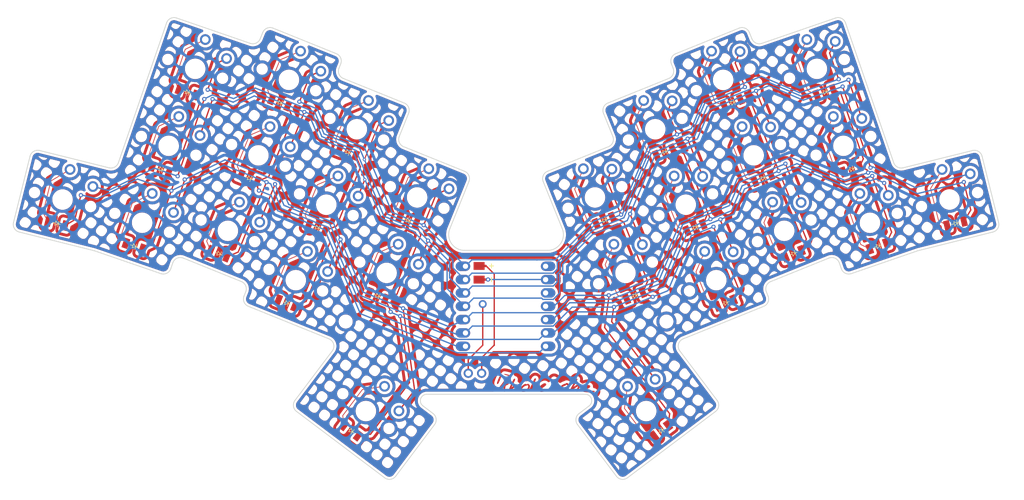
<source format=kicad_pcb>
(kicad_pcb (version 20240108) (generator "pcbnew") (generator_version "8.0")
  (title_block (title "akohekohe-min") (rev "0.1") (company "grassfedreeve"))
  (layers (0 "F.Cu" signal) (31 "B.Cu" signal) (34 "B.Paste" user) (35 "F.Paste" user) (36 "B.SilkS" user "B.Silkscreen") (37 "F.SilkS" user "F.Silkscreen") (38 "B.Mask" user) (39 "F.Mask" user) (44 "Edge.Cuts" user))
  (net 0 "")
  (net 1 "P2")
  (net 2 "P6")
  (net 3 "P4")
  (net 4 "P3")
  (net 5 "P1")
  (net 6 "P5")
  (net 7 "P7")
  (net 8 "P0")
  (net 9 "P8")
  (net 10 "P10")
  (net 11 "P9")
  (net 12 "VUSB")
  (net 13 "GND")
  (net 14 "VCC")
  (footprint "trochilidae:ChocSimpleDiode" (layer "F.Cu") (at 177.964112 105.472457 22)
    (property "Reference" "S24" (hide yes))
    (property "Value" "" (hide yes))
  )
  (footprint "LOGO" (layer "F.Cu") (at 168.477284 141.522423 -2)
    (property "Reference" "G***" (hide yes))
    (property "Value" "LOGO" (hide yes))
  )
  (footprint "trochilidae:ChocSimpleDiode" (layer "F.Cu") (at 230.274266 110.294727 19)
    (property "Reference" "S14" (hide yes))
    (property "Value" "" (hide yes))
  )
  (footprint "trochilidae:ChocSimpleDiode" (layer "F.Cu") (at 121.054518 121.223093 -22)
    (property "Reference" "S8" (hide yes))
    (property "Value" "" (hide yes))
  )
  (footprint "trochilidae:ChocSimpleDiode" (layer "F.Cu") (at 245.414792 105.869053 14)
    (property "Reference" "S13" (hide yes))
    (property "Value" "" (hide yes))
  )
  (footprint "trochilidae:ChocSimpleDiode" (layer "F.Cu") (at 202.352027 83.081142 22)
    (property "Reference" "S19" (hide yes))
    (property "Value" "" (hide yes))
  )
  (footprint "trochilidae:ChocSimpleDiode" (layer "F.Cu") (at 195.238673 106.851728 22)
    (property "Reference" "S21" (hide yes))
    (property "Value" "" (hide yes))
  )
  (footprint "trochilidae:ChocSimpleDiode" (layer "F.Cu") (at 189.432261 92.480388 22)
    (property "Reference" "S22" (hide yes))
    (property "Value" "" (hide yes))
  )
  (footprint "trochilidae:ChocSimpleDiode" (layer "F.Cu") (at 144.135471 105.47245 -22)
    (property "Reference" "S12" (hide yes))
    (property "Value" "" (hide yes))
  )
  (footprint "trochilidae:BatteryPadsReversible" (layer "F.Cu") (at 155.922653 119.815844 -90)
    (property "Reference" "BT1" (hide yes))
    (property "Value" "Battery_Cell" (hide yes))
  )
  (footprint "trochilidae:ChocSimpleDiode" (layer "F.Cu") (at 91.825362 110.294736 -19)
    (property "Reference" "S2" (hide yes))
    (property "Value" "" (hide yes))
  )
  (footprint "trochilidae:ChocSimpleDiode" (layer "F.Cu") (at 119.747577 83.081132 -22)
    (property "Reference" "S7" (hide yes))
    (property "Value" "" (hide yes))
  )
  (footprint "trochilidae:ChocSimpleDiode" (layer "F.Cu") (at 187.711188 146.14798 37)
    (property "Reference" "S26" (hide yes))
    (property "Value" "" (hide yes))
  )
  (footprint "MountingHole_2.2mm_M2" (layer "F.Cu") (at 130.544164 129.10164 -22)
    (property "Reference" "PAD1" (hide yes))
    (property "Value" "" (hide yes))
  )
  (footprint "trochilidae:HeaderJumperSimple" (layer "F.Cu") (at 155.132711 138.952131)
    (property "Reference" "D9" (hide yes))
    (property "Value" "Val**" (hide yes))
  )
  (footprint "trochilidae:ChocSimpleDiode" (layer "F.Cu") (at 108.134795 111.823845 -22)
    (property "Reference" "S5" (hide yes))
    (property "Value" "" (hide yes))
  )
  (footprint "trochilidae:ChocSimpleDiode" (layer "F.Cu") (at 213.964827 111.823832 22)
    (property "Reference" "S17" (hide yes))
    (property "Value" "" (hide yes))
  )
  (footprint "Kleeb MCU:xiao-tht" (layer "F.Cu") (at 160.949215 126.195756)
    (property "Reference" "U1" (hide yes))
    (property "Value" "xiao" (hide yes))
  )
  (footprint "trochilidae:ChocSimpleDiode" (layer "F.Cu") (at 220.181648 80.98366 19)
    (property "Reference" "S16" (hide yes))
    (property "Value" "" (hide yes))
  )
  (footprint "trochilidae:ChocSimpleDiode" (layer "F.Cu") (at 134.388423 146.147977 -37)
    (property "Reference" "S25" (hide yes))
    (property "Value" "" (hide yes))
  )
  (footprint "trochilidae:ChocSimpleDiode" (layer "F.Cu") (at 96.871663 95.639192 -19)
    (property "Reference" "S3" (hide yes))
    (property "Value" "" (hide yes))
  )
  (footprint "MountingHole_2.2mm_M2" (layer "F.Cu") (at 191.554931 129.101663 -22)
    (property "Reference" "PAD1" (hide yes))
    (property "Value" "" (hide yes))
  )
  (footprint "trochilidae:ChocSimpleDiode" (layer "F.Cu") (at 225.227953 95.639185 19)
    (property "Reference" "S15" (hide yes))
    (property "Value" "" (hide yes))
  )
  (footprint "trochilidae:ChocSimpleDiode" (layer "F.Cu") (at 201.045074 121.223076 22)
    (property "Reference" "S20" (hide yes))
    (property "Value" "" (hide yes))
  )
  (footprint "trochilidae:ChocSimpleDiode" (layer "F.Cu") (at 208.158438 97.452497 22)
    (property "Reference" "S18" (hide yes))
    (property "Value" "" (hide yes))
  )
  (footprint "trochilidae:ChocSimpleDiode" (layer "F.Cu") (at 126.860934 106.851726 -22)
    (property "Reference" "S9" (hide yes))
    (property "Value" "" (hide yes))
  )
  (footprint "" (layer "F.Cu") (at 156.60823 125.774724)
    (property "Reference" "")
    (property "Value" "")
  )
  (footprint "trochilidae:ChocSimpleDiode" (layer "F.Cu") (at 113.941173 97.452484 -22)
    (property "Reference" "S6" (hide yes))
    (property "Value" "" (hide yes))
  )
  (footprint "trochilidae:ChocSimpleDiode" (layer "F.Cu") (at 183.770511 119.8438 22)
    (property "Reference" "S23" (hide yes))
    (property "Value" "" (hide yes))
  )
  (footprint "trochilidae:ChocSimpleDiode" (layer "F.Cu") (at 132.66733 92.480364 -22)
    (property "Reference" "S10" (hide yes))
    (property "Value" "" (hide yes))
  )
  (footprint "trochilidae:ChocSimpleDiode" (layer "F.Cu") (at 76.684825 105.869039 -14)
    (property "Reference" "S1" (hide yes))
    (property "Value" "" (hide yes))
  )
  (footprint "trochilidae:ChocSimpleDiode" (layer "F.Cu") (at 138.329086 119.843817 -22)
    (property "Reference" "S11" (hide yes))
    (property "Value" "" (hide yes))
  )
  (footprint "trochilidae:ChocSimpleDiode" (layer "F.Cu") (at 101.917958 80.983657 -19)
    (property "Reference" "S4" (hide yes))
    (property "Value" "" (hide yes))
  )
  (gr_arc (start 68.442519 112.058903) (mid 67.51967 111.376005) (end 67.349968 110.240563) (stroke (width 0.15)) (layer "Edge.Cuts"))
  (gr_arc (start 153.140877 115.547458) (mid 150.653728 114.225047) (end 150.359333 111.423631) (stroke (width 0.15)) (layer "Edge.Cuts"))
  (gr_arc (start 236.579104 99.827112) (mid 235.500483 99.689888) (end 234.797929 98.860014) (stroke (width 0.15)) (layer "Edge.Cuts"))
  (gr_arc (start 87.30168 98.860004) (mid 86.59915 99.689874) (end 85.520532 99.827104) (stroke (width 0.15)) (layer "Edge.Cuts"))
  (gr_line (start 114.765052 74.057602) (end 114.273697 75.27372) (stroke (width 0.15)) (layer "Edge.Cuts"))
  (gr_arc (start 179.579868 89.450548) (mid 179.58985 88.302514) (end 180.408748 87.497857) (stroke (width 0.15)) (layer "Edge.Cuts"))
  (gr_arc (start 176.266086 142.95839) (mid 177.307096 143.869691) (end 176.838443 145.171406) (stroke (width 0.15)) (layer "Edge.Cuts"))
  (gr_line (start 194.104232 134.692162) (end 201.206603 144.117334) (stroke (width 0.15)) (layer "Edge.Cuts"))
  (gr_line (start 130.101084 82.81528) (end 141.690889 87.497844) (stroke (width 0.15)) (layer "Edge.Cuts"))
  (gr_arc (start 194.104225 134.692167) (mid 193.856771 133.388601) (end 194.740274 132.398647) (stroke (width 0.15)) (layer "Edge.Cuts"))
  (gr_arc (start 147.166156 146.619839) (mid 147.748776 147.609061) (end 147.461384 148.720531) (stroke (width 0.15)) (layer "Edge.Cuts"))
  (gr_line (start 121.188205 146.217979) (end 137.959575 158.856122) (stroke (width 0.15)) (layer "Edge.Cuts"))
  (gr_line (start 129.272242 80.862579) (end 129.599986 80.051297) (stroke (width 0.15)) (layer "Edge.Cuts"))
  (gr_arc (start 82.637534 115.598116) (mid 82.700677 115.615325) (end 82.763011 115.635264) (stroke (width 0.15)) (layer "Edge.Cuts"))
  (gr_arc (start 201.206603 144.117334) (mid 201.494064 145.228813) (end 200.911391 146.217995) (stroke (width 0.15)) (layer "Edge.Cuts"))
  (gr_arc (start 127.35932 132.398646) (mid 128.242849 133.388582) (end 127.995354 134.692146) (stroke (width 0.15)) (layer "Edge.Cuts"))
  (gr_line (start 140.740363 93.854666) (end 142.519746 89.450537) (stroke (width 0.15)) (layer "Edge.Cuts"))
  (gr_line (start 120.89299 144.117328) (end 127.995354 134.692146) (stroke (width 0.15)) (layer "Edge.Cuts"))
  (gr_line (start 99.640097 117.020019) (end 110.701043 121.488942) (stroke (width 0.15)) (layer "Edge.Cuts"))
  (gr_line (start 98.376633 71.303321) (end 112.394569 76.130061) (stroke (width 0.15)) (layer "Edge.Cuts"))
  (gr_arc (start 141.690889 87.497844) (mid 142.509743 88.302521) (end 142.519746 89.450537) (stroke (width 0.15)) (layer "Edge.Cuts"))
  (gr_line (start 234.79793 98.860005) (end 225.629594 72.233244) (stroke (width 0.15)) (layer "Edge.Cuts"))
  (gr_line (start 70.494944 97.626736) (end 67.349968 110.240563) (stroke (width 0.15)) (layer "Edge.Cuts"))
  (gr_line (start 182.039353 158.560878) (end 174.638218 148.720552) (stroke (width 0.15)) (layer "Edge.Cuts"))
  (gr_arc (start 110.701043 121.488942) (mid 111.519873 122.293646) (end 111.529898 123.44165) (stroke (width 0.15)) (layer "Edge.Cuts"))
  (gr_arc (start 141.569216 95.807352) (mid 140.750424 95.002645) (end 140.740363 93.854666) (stroke (width 0.15)) (layer "Edge.Cuts"))
  (gr_line (start 150.359333 111.423631) (end 153.987892 102.442609) (stroke (width 0.15)) (layer "Edge.Cuts"))
  (gr_arc (start 96.469991 72.233241) (mid 97.230731 71.373415) (end 98.376633 71.303321) (stroke (width 0.15)) (layer "Edge.Cuts"))
  (gr_arc (start 239.336599 115.635296) (mid 239.398938 115.61534) (end 239.462087 115.598115) (stroke (width 0.15)) (layer "Edge.Cuts"))
  (gr_arc (start 70.494957 97.626747) (mid 71.177848 96.703897) (end 72.31328 96.534156) (stroke (width 0.15)) (layer "Edge.Cuts"))
  (gr_arc (start 223.722963 71.303309) (mid 224.86888 71.373388) (end 225.62959 72.233238) (stroke (width 0.15)) (layer "Edge.Cuts"))
  (gr_line (start 140.060237 158.560873) (end 147.461384 148.720531) (stroke (width 0.15)) (layer "Edge.Cuts"))
  (gr_line (start 239.336599 115.635296) (end 226.732927 119.975095) (stroke (width 0.15)) (layer "Edge.Cuts"))
  (gr_line (start 205.381851 73.22872) (end 193.328471 78.098613) (stroke (width 0.15)) (layer "Edge.Cuts"))
  (gr_arc (start 210.897497 124.252924) (mid 210.887515 125.400929) (end 210.068662 126.205602) (stroke (width 0.15)) (layer "Edge.Cuts"))
  (gr_line (start 168.940566 100.489936) (end 180.530367 95.807346) (stroke (width 0.15)) (layer "Edge.Cuts"))
  (gr_line (start 147.166156 146.619839) (end 145.259152 145.173886) (stroke (width 0.15)) (layer "Edge.Cuts"))
  (gr_line (start 168.958726 115.547452) (end 153.140877 115.547458) (stroke (width 0.15)) (layer "Edge.Cuts"))
  (gr_arc (start 153.159009 100.489937) (mid 153.977904 101.294592) (end 153.987892 102.442609) (stroke (width 0.15)) (layer "Edge.Cuts"))
  (gr_line (start 192.499623 80.051299) (end 192.827378 80.862587) (stroke (width 0.15)) (layer "Edge.Cuts"))
  (gr_line (start 249.786346 96.534166) (end 236.579104 99.827112) (stroke (width 0.15)) (layer "Edge.Cuts"))
  (gr_line (start 251.604664 97.626733) (end 254.749653 110.240589) (stroke (width 0.15)) (layer "Edge.Cuts"))
  (gr_arc (start 168.111716 102.442605) (mid 168.121719 101.294606) (end 168.940574 100.489953) (stroke (width 0.15)) (layer "Edge.Cuts"))
  (gr_arc (start 254.749653 110.240589) (mid 254.579956 111.376037) (end 253.657071 112.05892) (stroke (width 0.15)) (layer "Edge.Cuts"))
  (gr_line (start 97.273302 119.04512) (end 97.659883 117.922446) (stroke (width 0.15)) (layer "Edge.Cuts"))
  (gr_line (start 82.763011 115.635264) (end 95.366674 119.97509) (stroke (width 0.15)) (layer "Edge.Cuts"))
  (gr_arc (start 226.732927 119.975095) (mid 225.587012 119.905033) (end 224.826303 119.04516) (stroke (width 0.15)) (layer "Edge.Cuts"))
  (gr_arc (start 114.765052 74.057602) (mid 115.569719 73.238741) (end 116.717726 73.228716) (stroke (width 0.15)) (layer "Edge.Cuts"))
  (gr_arc (start 121.188207 146.217982) (mid 120.605609 145.228803) (end 120.89299 144.117328) (stroke (width 0.15)) (layer "Edge.Cuts"))
  (gr_arc (start 145.261167 145.171411) (mid 144.792578 143.869706) (end 145.833517 142.958377) (stroke (width 0.15)) (layer "Edge.Cuts"))
  (gr_line (start 176.266086 142.95839) (end 145.833517 142.958377) (stroke (width 0.15)) (layer "Edge.Cuts"))
  (gr_arc (start 112.030968 126.205598) (mid 111.212178 125.400905) (end 111.202103 124.252922) (stroke (width 0.15)) (layer "Edge.Cuts"))
  (gr_line (start 179.579868 89.450548) (end 181.359258 93.854675) (stroke (width 0.15)) (layer "Edge.Cuts"))
  (gr_line (start 224.826303 119.04516) (end 224.439724 117.922436) (stroke (width 0.15)) (layer "Edge.Cuts"))
  (gr_arc (start 249.786346 96.534166) (mid 250.921782 96.703858) (end 251.604666 97.626731) (stroke (width 0.15)) (layer "Edge.Cuts"))
  (gr_line (start 253.657071 112.05892) (end 239.462068 115.598127) (stroke (width 0.15)) (layer "Edge.Cuts"))
  (gr_line (start 168.111718 102.442606) (end 171.740284 111.423636) (stroke (width 0.15)) (layer "Edge.Cuts"))
  (gr_line (start 68.442519 112.058903) (end 82.637534 115.598116) (stroke (width 0.15)) (layer "Edge.Cuts"))
  (gr_line (start 87.301669 98.860017) (end 96.470027 72.233221) (stroke (width 0.15)) (layer "Edge.Cuts"))
  (gr_arc (start 130.101084 82.81528) (mid 129.282184 82.01061) (end 129.272242 80.862579) (stroke (width 0.15)) (layer "Edge.Cuts"))
  (gr_arc (start 128.771129 78.098607) (mid 129.589985 78.903288) (end 129.599986 80.051297) (stroke (width 0.15)) (layer "Edge.Cuts"))
  (gr_arc (start 97.273304 119.045129) (mid 96.512588 119.904964) (end 95.366674 119.97509) (stroke (width 0.15)) (layer "Edge.Cuts"))
  (gr_line (start 111.529898 123.44165) (end 111.202103 124.252922) (stroke (width 0.15)) (layer "Edge.Cuts"))
  (gr_arc (start 184.140041 158.856132) (mid 183.028549 159.143574) (end 182.039353 158.560878) (stroke (width 0.15)) (layer "Edge.Cuts"))
  (gr_line (start 72.31328 96.534156) (end 85.520532 99.827104) (stroke (width 0.15)) (layer "Edge.Cuts"))
  (gr_arc (start 114.273697 75.27372) (mid 113.504954 76.07674) (end 112.394569 76.130061) (stroke (width 0.15)) (layer "Edge.Cuts"))
  (gr_line (start 141.569216 95.807352) (end 153.159009 100.489937) (stroke (width 0.15)) (layer "Edge.Cuts"))
  (gr_line (start 112.030968 126.205598) (end 127.359313 132.398641) (stroke (width 0.15)) (layer "Edge.Cuts"))
  (gr_line (start 128.771133 78.098605) (end 116.717726 73.228716) (stroke (width 0.15)) (layer "Edge.Cuts"))
  (gr_line (start 207.334562 74.057605) (end 207.825913 75.273722) (stroke (width 0.15)) (layer "Edge.Cuts"))
  (gr_line (start 222.459536 117.020058) (end 211.398606 121.48894) (stroke (width 0.15)) (layer "Edge.Cuts"))
  (gr_line (start 223.722963 71.303309) (end 209.705046 76.130073) (stroke (width 0.15)) (layer "Edge.Cuts"))
  (gr_arc (start 210.569723 123.441629) (mid 210.579782 122.293634) (end 211.398598 121.488939) (stroke (width 0.15)) (layer "Edge.Cuts"))
  (gr_line (start 180.408748 87.497857) (end 191.998519 82.81525) (stroke (width 0.15)) (layer "Edge.Cuts"))
  (gr_arc (start 97.659883 117.922446) (mid 98.456145 117.045863) (end 99.640097 117.020019) (stroke (width 0.15)) (layer "Edge.Cuts"))
  (gr_line (start 194.740274 132.398647) (end 210.068662 126.205602) (stroke (width 0.15)) (layer "Edge.Cuts"))
  (gr_arc (start 192.827378 80.862587) (mid 192.81735 82.010585) (end 191.998519 82.81525) (stroke (width 0.15)) (layer "Edge.Cuts"))
  (gr_arc (start 205.381851 73.22872) (mid 206.529897 73.238699) (end 207.33456 74.057611) (stroke (width 0.15)) (layer "Edge.Cuts"))
  (gr_arc (start 174.638218 148.720552) (mid 174.350871 147.609075) (end 174.933444 146.619844) (stroke (width 0.15)) (layer "Edge.Cuts"))
  (gr_arc (start 222.459536 117.020058) (mid 223.643456 117.045902) (end 224.439724 117.922436) (stroke (width 0.15)) (layer "Edge.Cuts"))
  (gr_arc (start 171.740284 111.423636) (mid 171.44586 114.225063) (end 168.958726 115.547452) (stroke (width 0.15)) (layer "Edge.Cuts"))
  (gr_line (start 210.897497 124.252924) (end 210.569723 123.441629) (stroke (width 0.15)) (layer "Edge.Cuts"))
  (gr_arc (start 192.499616 80.051291) (mid 192.509631 78.903284) (end 193.328471 78.098613) (stroke (width 0.15)) (layer "Edge.Cuts"))
  (gr_arc (start 181.359256 93.854671) (mid 181.349235 95.002679) (end 180.530367 95.807346) (stroke (width 0.15)) (layer "Edge.Cuts"))
  (gr_arc (start 209.705046 76.130073) (mid 208.594646 76.07678) (end 207.825913 75.273722) (stroke (width 0.15)) (layer "Edge.Cuts"))
  (gr_arc (start 140.060237 158.560873) (mid 139.071042 159.143562) (end 137.959575 158.856122) (stroke (width 0.15)) (layer "Edge.Cuts"))
  (gr_line (start 174.933444 146.619844) (end 176.840449 145.173879) (stroke (width 0.15)) (layer "Edge.Cuts"))
  (gr_line (start 200.911391 146.217995) (end 184.140041 158.856132) (stroke (width 0.15)) (layer "Edge.Cuts"))
  (segment (start 157.73141 118.982606) (end 158.802661 120.053819) (width 0.25) (layer "F.Cu") (net 0))
  (segment (start 153.8627 136.360809) (end 153.882682 136.340871) (width 0.25) (layer "F.Cu") (net 0))
  (segment (start 153.882671 139.165834) (end 153.892676 139.155802) (width 0.25) (layer "F.Cu") (net 0))
  (segment (start 155.922679 118.51582) (end 157.264676 118.515807) (width 0.25) (layer "F.Cu") (net 0))
  (segment (start 156.615503 127.141172) (end 156.615513 133.608014) (width 0.25) (layer "F.Cu") (net 0))
  (segment (start 156.422629 139.165835) (end 156.422634 139.165835) (width 0.25) (layer "F.Cu") (net 0))
  (segment (start 157.731425 118.982582) (end 157.264233 118.515428) (width 0.2) (layer "F.Cu") (net 0))
  (segment (start 153.862706 138.952101) (end 153.8627 136.360809) (width 0.25) (layer "F.Cu") (net 0))
  (segment (start 158.802665 133.595849) (end 158.802648 133.595856) (width 0.25) (layer "F.Cu") (net 0))
  (segment (start 157.264676 118.515807) (end 157.731425 118.982582) (width 0.25) (layer "F.Cu") (net 0))
  (segment (start 156.615513 133.608014) (end 153.882682 136.340871) (width 0.25) (layer "F.Cu") (net 0))
  (segment (start 158.708707 133.689802) (end 158.708702 133.689797) (width 0.25) (layer "F.Cu") (net 0))
  (segment (start 153.872188 136.351336) (end 153.872188 138.515592) (width 0.25) (layer "F.Cu") (net 0))
  (segment (start 153.892676 139.155802) (end 153.892664 138.575848) (width 0.25) (layer "F.Cu") (net 0))
  (segment (start 158.708702 133.689797) (end 156.422646 135.975821) (width 0.25) (layer "F.Cu") (net 0))
  (segment (start 158.802648 133.595856) (end 158.708707 133.689802) (width 0.25) (layer "F.Cu") (net 0))
  (segment (start 157.731425 118.982582) (end 157.73141 118.982606) (width 0.25) (layer "F.Cu") (net 0))
  (segment (start 156.42266 139.165852) (end 156.412197 139.155407) (width 0.2) (layer "F.Cu") (net 0))
  (segment (start 156.422646 135.975821) (end 156.4122 135.986288) (width 0.25) (layer "F.Cu") (net 0))
  (segment (start 153.882682 136.340871) (end 153.872188 136.351336) (width 0.25) (layer "F.Cu") (net 0))
  (segment (start 156.4122 135.986288) (end 156.41218 138.515592) (width 0.25) (layer "F.Cu") (net 0))
  (segment (start 158.802661 120.053819) (end 158.802665 133.595849) (width 0.25) (layer "F.Cu") (net 0))
  (segment (start 156.402718 138.952098) (end 156.402718 135.995769) (width 0.25) (layer "F.Cu") (net 0))
  (segment (start 156.615482 125.785798) (end 156.615503 127.141172) (width 0.25) (layer "F.Cu") (net 0))
  (segment (start 156.402718 135.995769) (end 156.4122 135.986288) (width 0.25) (layer "F.Cu") (net 0))
  (segment (start 144.388501 118.19353) (end 146.205715 113.695777) (width 0.25) (layer "F.Cu") (net 1))
  (segment (start 195.569853 94.32404) (end 195.585979 94.286027) (width 0.25) (layer "F.Cu") (net 1))
  (segment (start 120.000586 95.80222) (end 122.669451 89.196593) (width 0.25) (layer "F.Cu") (net 1))
  (segment (start 103.778104 86.640884) (end 103.769674 86.665406) (width 0.25) (layer "F.Cu") (net 1))
  (segment (start 103.769674 86.665406) (end 103.642572 86.727383) (width 0.25) (layer "F.Cu") (net 1))
  (segment (start 198.451105 101.455393) (end 195.569853 94.32404) (width 0.25) (layer "F.Cu") (net 1))
  (segment (start 100.061322 97.128108) (end 98.581899 101.424662) (width 0.25) (layer "F.Cu") (net 1))
  (segment (start 103.642572 86.727383) (end 100.061322 97.128108) (width 0.25) (layer "F.Cu") (net 1))
  (segment (start 228.718382 90.418384) (end 226.18969 83.074512) (width 0.25) (layer "F.Cu") (net 1))
  (via (at 195.585979 94.286027) (size 0.8) (drill 0.4) (layers "F.Cu" "B.Cu") (net 1))
  (via (at 98.581899 101.424662) (size 0.8) (drill 0.4) (layers "F.Cu" "B.Cu") (net 1))
  (via (at 226.18969 83.074512) (size 0.8) (drill 0.4) (layers "F.Cu" "B.Cu") (net 1))
  (via (at 103.642572 86.727383) (size 0.8) (drill 0.4) (layers "F.Cu" "B.Cu") (net 1))
  (via (at 146.205715 113.695777) (size 0.8) (drill 0.4) (layers "F.Cu" "B.Cu") (net 1))
  (via (at 122.669451 89.196593) (size 0.8) (drill 0.4) (layers "F.Cu" "B.Cu") (net 1))
  (segment (start 196.930387 93.74286) (end 195.585979 94.286027) (width 0.25) (layer "B.Cu") (net 1))
  (segment (start 170.744249 120.052998) (end 171.328042 119.4692) (width 0.25) (layer "B.Cu") (net 1))
  (segment (start 170.744221 121.623207) (end 170.744249 120.052998) (width 0.25) (layer "B.Cu") (net 1))
  (segment (start 132.071575 96.337036) (end 126.018648 93.891502) (width 0.25) (layer "B.Cu") (net 1))
  (segment (start 82.455593 103.391513) (end 85.426951 104.132362) (width 0.25) (layer "B.Cu") (net 1))
  (segment (start 103.650998 86.702884) (end 103.642572 86.727383) (width 0.25) (layer "B.Cu") (net 1))
  (segment (start 195.585979 94.286027) (end 188.670843 97.079915) (width 0.25) (layer "B.Cu") (net 1))
  (segment (start 105.175134 85.959513) (end 103.650998 86.702884) (width 0.25) (layer "B.Cu") (net 1))
  (segment (start 98.581899 101.424662) (end 94.137965 99.894495) (width 0.25) (layer "B.Cu") (net 1))
  (segment (start 171.328042 119.4692) (end 171.328034 117.945393) (width 0.25) (layer "B.Cu") (net 1))
  (segment (start 217.19392 86.181587) (end 226.184067 83.086045) (width 0.25) (layer "B.Cu") (net 1))
  (segment (start 170.026653 122.340785) (end 170.744221 121.623207) (width 0.25) (layer "B.Cu") (net 1))
  (segment (start 171.328034 117.945393) (end 177.528035 111.745391) (width 0.25) (layer "B.Cu") (net 1))
  (segment (start 226.184067 83.086045) (end 226.18969 83.074512) (width 0.25) (layer "B.Cu") (net 1))
  (segment (start 137.828933 109.052986) (end 132.505804 96.512472) (width 0.25) (layer "B.Cu") (net 1))
  (segment (start 154.644272 122.340758) (end 170.026653 122.340785) (width 0.25) (layer "B.Cu") (net 1))
  (segment (start 150.309744 118.064167) (end 150.309738 117.737371) (width 0.25) (layer "B.Cu") (net 1))
  (segment (start 153.32922 123.655806) (end 152.999224 123.655786) (width 0.25) (layer "B.Cu") (net 1))
  (segment (start 153.186814 123.65578) (end 153.329232 123.655785) (width 0.25) (layer "B.Cu") (net 1))
  (segment (start 94.137965 99.894495) (end 85.431963 104.140694) (width 0.25) (layer "B.Cu") (net 1))
  (segment (start 109.141397 87.325214) (end 105.175134 85.959513) (width 0.25) (layer "B.Cu") (net 1))
  (segment (start 153.329217 123.655829) (end 153.186848 123.65581) (width 0.25) (layer "B.Cu") (net 1))
  (segment (start 122.736603 89.168103) (end 122.669451 89.196593) (width 0.25) (layer "B.Cu") (net 1))
  (segment (start 132.505804 96.512472) (end 132.071575 96.337036) (width 0.25) (layer "B.Cu") (net 1))
  (segment (start 153.329247 123.655811) (end 154.644272 122.340758) (width 0.25) (layer "B.Cu") (net 1))
  (segment (start 138.527449 109.335205) (end 137.828933 109.052986) (width 0.25) (layer "B.Cu") (net 1))
  (segment (start 122.669451 89.196593) (end 113.171952 85.35936) (width 0.25) (layer "B.Cu") (net 1))
  (segment (start 217.076602 86.124364) (end 210.847062 83.480114) (width 0.25) (layer "B.Cu") (net 1))
  (segment (start 150.309742 120.778689) (end 150.309744 118.064167) (width 0.25) (layer "B.Cu") (net 1))
  (segment (start 210.847062 83.480114) (end 199.307675 88.142309) (width 0.25) (layer "B.Cu") (net 1))
  (segment (start 153.186816 123.655775) (end 153.329221 123.655803) (width 0.25) (layer "B.Cu") (net 1))
  (segment (start 150.309738 117.737371) (end 144.199021 111.626641) (width 0.25) (layer "B.Cu") (net 1))
  (segment (start 124.278037 89.790849) (end 122.736603 89.168103) (width 0.25) (layer "B.Cu") (net 1))
  (segment (start 126.018648 93.891502) (end 124.360922 89.986124) (width 0.25) (layer "B.Cu") (net 1))
  (segment (start 113.171952 85.35936) (end 109.141397 87.325214) (width 0.25) (layer "B.Cu") (net 1))
  (segment (start 188.670843 97.079915) (end 183.46369 109.347228) (width 0.25) (layer "B.Cu") (net 1))
  (segment (start 124.360922 89.986124) (end 124.278037 89.790849) (width 0.25) (layer "B.Cu") (net 1))
  (segment (start 153.329239 123.655793) (end 153.186828 123.655769) (width 0.25) (layer "B.Cu") (net 1))
  (segment (start 144.199021 111.626641) (end 138.527449 109.335205) (width 0.25) (layer "B.Cu") (net 1))
  (segment (start 217.076602 86.124364) (end 217.19392 86.181587) (width 0.25) (layer "B.Cu") (net 1))
  (segment (start 183.46369 109.347228) (end 177.528035 111.745391) (width 0.25) (layer "B.Cu") (net 1))
  (segment (start 85.426951 104.132362) (end 85.431963 104.140694) (width 0.25) (layer "B.Cu") (net 1))
  (segment (start 153.186828 123.655769) (end 150.309742 120.778689) (width 0.25) (layer "B.Cu") (net 1))
  (segment (start 199.307675 88.142309) (end 196.930387 93.74286) (width 0.25) (layer "B.Cu") (net 1))
  (segment (start 77.148795 110.828597) (end 79.006629 109.712278) (width 0.25) (layer "F.Cu") (net 2))
  (segment (start 96.901599 100.620343) (end 98.491236 99.845014) (width 0.25) (layer "F.Cu") (net 2))
  (segment (start 91.855299 115.275865) (end 93.896569 114.280267) (width 0.25) (layer "F.Cu") (net 2))
  (segment (start 98.491236 99.845014) (end 102.72324 87.554432) (width 0.25) (layer "F.Cu") (net 2))
  (segment (start 93.896569 114.280267) (end 97.897195 102.661598) (width 0.25) (layer "F.Cu") (net 2))
  (segment (start 79.006629 109.712278) (end 80.171616 105.039872) (width 0.25) (layer "F.Cu") (net 2))
  (segment (start 97.897195 102.661598) (end 96.901599 100.620343) (width 0.25) (layer "F.Cu") (net 2))
  (segment (start 102.72324 87.554432) (end 101.947912 85.964797) (width 0.25) (layer "F.Cu") (net 2))
  (segment (start 110.100616 115.867305) (end 113.917795 106.419426) (width 0.25) (layer "F.Cu") (net 2))
  (segment (start 107.903995 116.799683) (end 110.100616 115.867305) (width 0.25) (layer "F.Cu") (net 2))
  (segment (start 113.917795 106.419426) (end 115.477824 102.558254) (width 0.25) (layer "F.Cu") (net 2))
  (via (at 80.171616 105.039872) (size 0.8) (drill 0.4) (layers "F.Cu" "B.Cu") (net 2))
  (via (at 115.477824 102.558254) (size 0.8) (drill 0.4) (layers "F.Cu" "B.Cu") (net 2))
  (via (at 97.384462 104.187529) (size 0.8) (drill 0.4) (layers "F.Cu" "B.Cu") (net 2))
  (segment (start 132.826106 124.702369) (end 133.586107 126.492798) (width 0.25) (layer "B.Cu") (net 2))
  (segment (start 115.477824 102.558254) (end 107.409016 99.298251) (width 0.25) (layer "B.Cu") (net 2))
  (segment (start 153.329202 133.815735) (end 153.261846 133.844331) (width 0.25) (layer "B.Cu") (net 2))
  (segment (start 127.061143 111.120961) (end 118.275787 107.571429) (width 0.25) (layer "B.Cu") (net 2))
  (segment (start 97.384462 104.187529) (end 90.951991 101.972655) (width 0.25) (layer "B.Cu") (net 2))
  (segment (start 133.586107 126.492798) (end 133.708678 126.542322) (width 0.25) (layer "B.Cu") (net 2))
  (segment (start 152.540082 134.150694) (end 153.329202 133.815735) (width 0.25) (layer "B.Cu") (net 2))
  (segment (start 132.826106 124.702369) (end 127.061143 111.120961) (width 0.25) (layer "B.Cu") (net 2))
  (segment (start 107.409016 99.298251) (end 97.384462 104.187529) (width 0.25) (layer "B.Cu") (net 2))
  (segment (start 90.951991 101.972655) (end 83.24358 105.732311) (width 0.25) (layer "B.Cu") (net 2))
  (segment (start 116.286516 102.884983) (end 115.477824 102.558254) (width 0.25) (layer "B.Cu") (net 2))
  (segment (start 83.24358 105.732311) (end 80.237104 104.982713) (width 0.25) (layer "B.Cu") (net 2))
  (segment (start 118.275787 107.571429) (end 116.286516 102.884983) (width 0.25) (layer "B.Cu") (net 2))
  (segment (start 153.329233 133.81578) (end 151.953761 133.815756) (width 0.25) (layer "B.Cu") (net 2))
  (segment (start 133.708678 126.542322) (end 152.540082 134.150694) (width 0.25) (layer "B.Cu") (net 2))
  (segment (start 214.196602 99.050156) (end 214.194547 99.04929) (width 0.25) (layer "F.Cu") (net 3))
  (segment (start 217.177241 106.427512) (end 214.196602 99.050156) (width 0.25) (layer "F.Cu") (net 3))
  (segment (start 142.943468 143.103229) (end 143.654884 142.159152) (width 0.25) (layer "F.Cu") (net 3))
  (segment (start 129.568215 113.498291) (end 129.559874 113.478672) (width 0.25) (layer "F.Cu") (net 3))
  (segment (start 140.668494 146.122229) (end 142.943468 143.103229) (width 0.25) (layer "F.Cu") (net 3))
  (segment (start 99.939598 102.087031) (end 97.790113 108.329605) (width 0.25) (layer "F.Cu") (net 3))
  (segment (start 127.113936 119.572819) (end 129.568215 113.498291) (width 0.25) (layer "F.Cu") (net 3))
  (segment (start 143.535929 141.31272) (end 141.467209 126.592968) (width 0.25) (layer "F.Cu") (net 3))
  (segment (start 143.654884 142.159152) (end 143.535929 141.31272) (width 0.25) (layer "F.Cu") (net 3))
  (segment (start 99.923656 102.05435) (end 99.939598 102.087031) (width 0.25) (layer "F.Cu") (net 3))
  (via (at 141.467209 126.592968) (size 0.8) (drill 0.4) (layers "F.Cu" "B.Cu") (net 3))
  (via (at 129.559874 113.478672) (size 0.8) (drill 0.4) (layers "F.Cu" "B.Cu") (net 3))
  (via (at 99.923656 102.05435) (size 0.8) (drill 0.4) (layers "F.Cu" "B.Cu") (net 3))
  (via (at 214.194547 99.04929) (size 0.8) (drill 0.4) (layers "F.Cu" "B.Cu") (net 3))
  (segment (start 194.652937 110.611624) (end 203.553892 107.015404) (width 0.25) (layer "B.Cu") (net 3))
  (segment (start 107.585924 98.318147) (end 107.571145 98.324422) (width 0.25) (layer "B.Cu") (net 3))
  (segment (start 172.96165 124.849598) (end 181.161635 124.849587) (width 0.25) (layer "B.Cu") (net 3))
  (segment (start 154.644222 127.420789) (end 170.383627 127.420781) (width 0.25) (layer "B.Cu") (net 3))
  (segment (start 190.15093 121.217676) (end 194.652937 110.611624) (width 0.25) (layer "B.Cu") (net 3))
  (segment (start 118.03413 102.884495) (end 117.857372 102.468084) (width 0.25) (layer "B.Cu") (net 3))
  (segment (start 170.827459 126.97696) (end 170.610201 127.194203) (width 0.25) (layer "B.Cu") (net 3))
  (segment (start 170.610201 127.194203) (end 170.761266 127.043142) (width 0.25) (layer "B.Cu") (net 3))
  (segment (start 129.559872 113.47867) (end 128.178424 110.22418) (width 0.25) (layer "B.Cu") (net 3))
  (segment (start 153.329263 128.735786) (end 154.644222 127.420789) (width 0.25) (layer "B.Cu") (net 3))
  (segment (start 133.302776 122.296403) (end 129.559874 113.478672) (width 0.25) (layer "B.Cu") (net 3))
  (segment (start 203.553892 107.015404) (end 205.266886 102.979865) (width 0.25) (layer "B.Cu") (net 3))
  (segment (start 153.329234 128.735758) (end 152.749804 129.315183) (width 0.25) (layer "B.Cu") (net 3))
  (segment (start 133.800098 123.46801) (end 150.16383 130.079397) (width 0.25) (layer "B.Cu") (net 3))
  (segment (start 99.923656 102.05435) (end 107.571145 98.324422) (width 0.25) (layer "B.Cu") (net 3))
  (segment (start 119.694694 106.796545) (end 128.178424 110.22418) (width 0.25) (layer "B.Cu") (net 3))
  (segment (start 150.16383 130.079397) (end 153.329242 128.735749) (width 0.25) (layer "B.Cu") (net 3))
  (segment (start 170.761266 127.043142) (end 170.768087 127.04314) (width 0.25) (layer "B.Cu") (net 3))
  (segment (start 153.188583 128.795453) (end 153.329239 128.735742) (width 0.25) (layer "B.Cu") (net 3))
  (segment (start 118.03413 102.884495) (end 119.694694 106.796545) (width 0.25) (layer "B.Cu") (net 3))
  (segment (start 117.857372 102.468084) (end 107.585924 98.318147) (width 0.25) (layer "B.Cu") (net 3))
  (segment (start 129.559874 113.478672) (end 129.559872 113.47867) (width 0.25) (layer "B.Cu") (net 3))
  (segment (start 170.768087 127.04314) (end 172.96165 124.849598) (width 0.25) (layer "B.Cu") (net 3))
  (segment (start 152.798375 129.2667) (end 153.329242 128.735781) (width 0.25) (layer "B.Cu") (net 3))
  (segment (start 205.266886 102.979865) (end 205.432658 102.589325) (width 0.25) (layer "B.Cu") (net 3))
  (segment (start 205.432658 102.589325) (end 214.194547 99.04929) (width 0.25) (layer "B.Cu") (net 3))
  (segment (start 133.302776 122.296403) (end 133.800098 123.46801) (width 0.25) (layer "B.Cu") (net 3))
  (segment (start 181.161635 124.849587) (end 190.15093 121.217676) (width 0.25) (layer "B.Cu") (net 3))
  (segment (start 170.383627 127.420781) (end 170.610201 127.194203) (width 0.25) (layer "B.Cu") (net 3))
  (segment (start 211.370852 92.056161) (end 208.600665 85.199689) (width 0.25) (layer "F.Cu") (net 4))
  (segment (start 208.600665 85.199689) (end 208.609762 85.178197) (width 0.25) (layer "F.Cu") (net 4))
  (segment (start 132.920348 105.201481) (end 134.177639 102.089523) (width 0.25) (layer "F.Cu") (net 4))
  (segment (start 105.223035 86.742782) (end 105.223039 86.742783) (width 0.25) (layer "F.Cu") (net 4))
  (segment (start 102.836417 93.67405) (end 105.223035 86.742782) (width 0.25) (layer "F.Cu") (net 4))
  (segment (start 186.982927 114.447464) (end 184.634177 108.634114) (width 0.25) (layer "F.Cu") (net 4))
  (segment (start 225.075115 84.366154) (end 230.233462 99.347075) (width 0.25) (layer "F.Cu") (net 4))
  (segment (start 230.233462 99.347075) (end 230.387928 99.795649) (width 0.25) (layer "F.Cu") (net 4))
  (segment (start 184.634177 108.634114) (end 184.643311 108.612586) (width 0.25) (layer "F.Cu") (net 4))
  (via (at 208.609762 85.178197) (size 0.8) (drill 0.4) (layers "F.Cu" "B.Cu") (net 4))
  (via (at 225.075115 84.366154) (size 0.8) (drill 0.4) (layers "F.Cu" "B.Cu") (net 4))
  (via (at 134.177639 102.089523) (size 0.6) (drill 0.3) (layers "F.Cu" "B.Cu") (net 4))
  (via (at 184.643311 108.612586) (size 0.8) (drill 0.4) (layers "F.Cu" "B.Cu") (net 4))
  (via (at 105.223039 86.742783) (size 0.8) (drill 0.4) (layers "F.Cu" "B.Cu") (net 4))
  (via (at 230.387928 99.795649) (size 0.8) (drill 0.4) (layers "F.Cu" "B.Cu") (net 4))
  (segment (start 171.827416 119.606239) (end 171.827407 118.208302) (width 0.25) (layer "B.Cu") (net 4))
  (segment (start 149.83654 122.845483) (end 153.186788 126.195735) (width 0.25) (layer "B.Cu") (net 4))
  (segment (start 137.886349 109.689316) (end 143.402689 111.918061) (width 0.25) (layer "B.Cu") (net 4))
  (segment (start 171.827407 118.208302) (end 177.477408 112.558306) (width 0.25) (layer "B.Cu") (net 4))
  (segment (start 149.793614 118.308978) (end 149.836549 118.308988) (width 0.25) (layer "B.Cu") (net 4))
  (segment (start 199.801525 88.73698) (end 208.609762 85.178197) (width 0.25) (layer "B.Cu") (net 4))
  (segment (start 197.430516 94.322704) (end 199.801525 88.73698) (width 0.25) (layer "B.Cu") (net 4))
  (segment (start 185.499799 106.594845) (end 189.317658 97.600525) (width 0.25) (layer "B.Cu") (net 4))
  (segment (start 184.105096 109.880553) (end 184.643311 108.612586) (width 0.25) (layer "B.Cu") (net 4))
  (segment (start 137.339197 109.468255) (end 131.992687 96.872661) (width 0.25) (layer "B.Cu") (net 4))
  (segment (start 137.886349 109.689316) (end 137.339197 109.468255) (width 0.25) (layer "B.Cu") (net 4))
  (segment (start 143.402689 111.918061) (end 149.793614 118.308978) (width 0.25) (layer "B.Cu") (net 4))
  (segment (start 167.826875 124.645876) (end 168.061824 124.880822) (width 0.25) (layer "B.Cu") (net 4))
  (segment (start 113.153948 86.134022) (end 123.891007 90.472078) (width 0.25) (layer "B.Cu") (net 4))
  (segment (start 123.891007 90.472078) (end 125.493255 94.246731) (width 0.25) (layer "B.Cu") (net 4))
  (segment (start 184.643311 108.612586) (end 185.499799 106.594845) (width 0.25) (layer "B.Cu") (net 4))
  (segment (start 109.140293 88.091629) (end 113.153948 86.134022) (width 0.25) (layer "B.Cu") (net 4))
  (segment (start 189.317658 97.600525) (end 197.430516 94.322704) (width 0.25) (layer "B.Cu") (net 4))
  (segment (start 171.225895 120.207765) (end 171.827416 119.606239) (width 0.25) (layer "B.Cu") (net 4))
  (segment (start 153.186788 126.195735) (end 153.329243 126.195761) (width 0.25) (layer "B.Cu") (net 4))
  (segment (start 171.225878 123.681557) (end 171.225895 120.207765) (width 0.25) (layer "B.Cu") (net 4))
  (segment (start 170.026605 124.880815) (end 171.225878 123.681557) (width 0.25) (layer "B.Cu") (net 4))
  (segment (start 238.902744 103.576357) (end 238.883729 103.564917) (width 0.25) (layer "B.Cu") (net 4))
  (segment (start 105.223039 86.742783) (end 109.140293 88.091629) (width 0.25) (layer "B.Cu") (net 4))
  (segment (start 154.644215 124.880778) (end 154.879196 124.645845) (width 0.25) (layer "B.Cu") (net 4))
  (segment (start 249.346961 100.972309) (end 238.902744 103.576357) (width 0.25) (layer "B.Cu") (net 4))
  (segment (start 153.186774 126.195777) (end 153.329259 126.195755) (width 0.25) (layer "B.Cu") (net 4))
  (segment (start 168.061824 124.880822) (end 170.026605 124.880815) (width 0.25) (layer "B.Cu") (net 4))
  (segment (start 131.992687 96.872661) (end 131.92545 96.845501) (width 0.25) (layer "B.Cu") (net 4))
  (segment (start 153.329271 126.19579) (end 153.186795 126.19575) (width 0.25) (layer "B.Cu") (net 4))
  (segment (start 125.493255 94.246731) (end 131.92545 96.845501) (width 0.25) (layer "B.Cu") (net 4))
  (segment (start 230.387928 99.795649) (end 230.837889 99.640701) (width 0.25) (layer "B.Cu") (net 4))
  (segment (start 225.075115 84.366154) (end 217.575763 86.94839) (width 0.25) (layer "B.Cu") (net 4))
  (segment (start 177.477408 112.558306) (end 184.105096 109.880553) (width 0.25) (layer "B.Cu") (net 4))
  (segment (start 154.644215 124.880778) (end 153.329282 126.195758) (width 0.25) (layer "B.Cu") (net 4))
  (segment (start 230.837889 99.640701) (end 238.883729 103.564917) (width 0.25) (layer "B.Cu") (net 4))
  (segment (start 217.575763 86.94839) (end 211.066807 84.185498) (width 0.25) (layer "B.Cu") (net 4))
  (segment (start 211.066807 84.185498) (end 208.609762 85.178197) (width 0.25) (layer "B.Cu") (net 4))
  (segment (start 154.879196 124.645845) (end 167.826875 124.645876) (width 0.25) (layer "B.Cu") (net 4))
  (segment (start 149.836549 118.308988) (end 149.83654 122.845483) (width 0.25) (layer "B.Cu") (net 4))
  (segment (start 181.176512 100.076132) (end 180.267707 102.217155) (width 0.25) (layer "F.Cu") (net 5))
  (segment (start 205.564431 77.684816) (end 204.635562 79.873095) (width 0.25) (layer "F.Cu") (net 5))
  (segment (start 180.267707 102.217155) (end 182.934675 108.818108) (width 0.25) (layer "F.Cu") (net 5))
  (segment (start 107.882711 79.018505) (end 106.032107 79.921118) (width 0.25) (layer "F.Cu") (net 5))
  (segment (start 138.726754 90.830103) (end 136.770626 91.660421) (width 0.2) (layer "F.Cu") (net 5))
  (segment (start 106.032107 79.921118) (end 104.298371 84.956259) (width 0.25) (layer "F.Cu") (net 5))
  (segment (start 136.770626 91.660421) (end 134.125888 98.20638) (width 0.2) (layer "F.Cu") (net 5))
  (segment (start 204.635562 79.873095) (end 206.488462 84.459137) (width 0.25) (layer "F.Cu") (net 5))
  (via (at 104.298371 84.956259) (size 0.8) (drill 0.4) (layers "F.Cu" "B.Cu") (net 5))
  (via (at 206.488462 84.459137) (size 0.8) (drill 0.4) (layers "F.Cu" "B.Cu") (net 5))
  (via (at 134.098893 98.253175) (size 0.6) (drill 0.3) (layers "F.Cu" "B.Cu") (net 5))
  (via (at 182.928672 108.752171) (size 0.8) (drill 0.4) (layers "F.Cu" "B.Cu") (net 5))
  (segment (start 104.345657 84.972531) (end 109.215145 86.649221) (width 0.25) (layer "B.Cu") (net 5))
  (segment (start 206.488462 84.459137) (end 198.824859 87.555443) (width 0.25) (layer "B.Cu") (net 5))
  (segment (start 132.878804 95.975439) (end 133.184474 96.098936) (width 0.25) (layer "B.Cu") (net 5))
  (segment (start 154.554243 119.890787) (end 170.00597 119.890778) (width 0.25) (layer "B.Cu") (net 5))
  (segment (start 153.186855 121.115748) (end 153.329219 121.115755) (width 0.25) (layer "B.Cu") (net 5))
  (segment (start 124.660945 89.20548) (end 126.428402 93.369302) (width 0.25) (layer "B.Cu") (net 5))
  (segment (start 153.329222 121.115761) (end 153.186871 121.115775) (width 0.25) (layer "B.Cu") (net 5))
  (segment (start 138.515986 108.659207) (end 139.394841 109.014291) (width 0.25) (layer "B.Cu") (net 5))
  (segment (start 198.651023 87.964924) (end 196.483661 93.070944) (width 0.25) (layer "B.Cu") (net 5))
  (segment (start 153.186865 121.115766) (end 153.329204 121.115758) (width 0.25) (layer "B.Cu") (net 5))
  (segment (start 183.208272 108.639194) (end 182.928672 108.752171) (width 0.25) (layer "B.Cu") (net 5))
  (segment (start 188.436524 96.322191) (end 183.208272 108.639194) (width 0.25) (layer "B.Cu") (net 5))
  (segment (start 144.821274 111.206705) (end 150.942675 117.32814) (width 0.25) (layer "B.Cu") (net 5))
  (segment (start 150.942675 117.32814) (end 150.942675 118.871588) (width 0.25) (layer "B.Cu") (net 5))
  (segment (start 198.824859 87.555443) (end 198.001736 89.494543) (width 0.25) (layer "B.Cu") (net 5))
  (segment (start 134.098893 98.253175) (end 138.515986 108.659207) (width 0.25) (layer "B.Cu") (net 5))
  (segment (start 170.00597 119.890778) (end 170.796898 119.099879) (width 0.25) (layer "B.Cu") (net 5))
  (segment (start 196.483661 93.070944) (end 188.436524 96.322191) (width 0.25) (layer "B.Cu") (net 5))
  (segment (start 170.796895 117.825528) (end 177.796894 110.825533) (width 0.25) (layer "B.Cu") (net 5))
  (segment (start 170.796898 119.099879) (end 170.796895 117.825528) (width 0.25) (layer "B.Cu") (net 5))
  (segment (start 126.428402 93.369302) (end 132.878804 95.975439) (width 0.25) (layer "B.Cu") (net 5))
  (segment (start 177.796894 110.825533) (end 182.928672 108.752171) (width 0.25) (layer "B.Cu") (net 5))
  (segment (start 109.215145 86.649221) (end 113.346608 84.634181) (width 0.25) (layer "B.Cu") (net 5))
  (segment (start 153.32927 121.115757) (end 154.554243 119.890787) (width 0.25) (layer "B.Cu") (net 5))
  (segment (start 133.184474 96.098936) (end 134.098893 98.253175) (width 0.25) (layer "B.Cu") (net 5))
  (segment (start 150.942675 118.871588) (end 153.186855 121.115748) (width 0.25) (layer "B.Cu") (net 5))
  (segment (start 113.346608 84.634181) (end 124.660945 89.20548) (width 0.25) (layer "B.Cu") (net 5))
  (segment (start 139.394841 109.014291) (end 144.821274 111.206705) (width 0.25) (layer "B.Cu") (net 5))
  (segment (start 117.107357 102.963292) (end 117.099016 102.943619) (width 0.25) (layer "F.Cu") (net 6))
  (segment (start 189.417476 140.104087) (end 181.135288 129.113272) (width 0.25) (layer "F.Cu") (net 6))
  (segment (start 233.774076 105.054682) (end 233.764692 105.073913) (width 0.25) (layer "F.Cu") (net 6))
  (segment (start 181.135288 129.113272) (end 181.525077 126.339877) (width 0.25) (layer "F.Cu") (net 6))
  (segment (start 201.77631 109.685593) (end 201.783521 109.66863) (width 0.25) (layer "F.Cu") (net 6))
  (segment (start 232.968316 102.714589) (end 233.774076 105.054682) (width 0.25) (layer "F.Cu") (net 6))
  (segment (start 114.194217 110.173576) (end 117.107357 102.963292) (width 0.25) (layer "F.Cu") (net 6))
  (segment (start 204.257486 115.826749) (end 201.77631 109.685593) (width 0.25) (layer "F.Cu") (net 6))
  (via (at 201.832013 109.655175) (size 0.8) (drill 0.4) (layers "F.Cu" "B.Cu") (net 6))
  (via (at 117.099016 102.943619) (size 0.8) (drill 0.4) (layers "F.Cu" "B.Cu") (net 6))
  (via (at 232.968316 102.714589) (size 0.8) (drill 0.4) (layers "F.Cu" "B.Cu") (net 6))
  (via (at 181.577077 126.325804) (size 0.8) (drill 0.4) (layers "F.Cu" "B.Cu") (net 6))
  (segment (start 181.577077 126.325804) (end 181.495465 126.358766) (width 0.25) (layer "B.Cu") (net 6))
  (segment (start 216.589351 99.736763) (end 219.411634 100.934747) (width 0.25) (layer "B.Cu") (net 6))
  (segment (start 133.2923 124.127244) (end 133.292305 124.127238) (width 0.25) (layer "B.Cu") (net 6))
  (segment (start 127.190961 110.364501) (end 127.504068 110.491001) (width 0.25) (layer "B.Cu") (net 6))
  (segment (start 220.590744 101.429034) (end 226.085276 103.761333) (width 0.25) (layer "B.Cu") (net 6))
  (segment (start 215.076181 100.348107) (end 216.589328 99.736758) (width 0.25) (layer "B.Cu") (net 6))
  (segment (start 216.589328 99.736758) (end 216.589351 99.736763) (width 0.25) (layer "B.Cu") (net 6))
  (segment (start 169.685562 129.960743) (end 154.644272 129.960812) (width 0.25) (layer "B.Cu") (net 6))
  (segment (start 133.2923 124.127244) (end 150.802972 131.202017) (width 0.25) (layer "B.Cu") (net 6))
  (segment (start 179.545473 126.358755) (end 173.628684 126.358757) (width 0.25) (layer "B.Cu") (net 6))
  (segment (start 204.396862 108.618906) (end 201.832013 109.655175) (width 0.25) (layer "B.Cu") (net 6))
  (segment (start 171.571195 128.416256) (end 170.026651 129.960757) (width 0.25) (layer "B.Cu") (net 6))
  (segment (start 127.190961 110.364501) (end 120.573648 107.690917) (width 0.25) (layer "B.Cu") (net 6))
  (segment (start 219.411634 100.934747) (end 220.583247 101.432066) (width 0.25) (layer "B.Cu") (net 6))
  (segment (start 206.423696 103.843939) (end 204.396862 108.618906) (width 0.25) (layer "B.Cu") (net 6))
  (segment (start 150.802972 131.202017) (end 152.18627 131.76091) (width 0.25) (layer "B.Cu") (net 6))
  (segment (start 191.147596 122.45905) (end 181.577077 126.325804) (width 0.25) (layer "B.Cu") (net 6))
  (segment (start 220.583247 101.432066) (end 220.590744 101.429034) (width 0.25) (layer "B.Cu") (net 6))
  (segment (start 154.644272 129.960812) (end 153.329232 131.275791) (width 0.25) (layer "B.Cu") (net 6))
  (segment (start 120.573648 107.690917) (end 118.812003 106.979174) (width 0.25) (layer "B.Cu") (net 6))
  (segment (start 231.377967 101.938917) (end 232.968316 102.714589) (width 0.25) (layer "B.Cu") (net 6))
  (segment (start 127.504068 110.491001) (end 131.059647 118.867414) (width 0.25) (layer "B.Cu") (net 6))
  (segment (start 215.076181 100.348107) (end 206.423696 103.843939) (width 0.25) (layer "B.Cu") (net 6))
  (segment (start 133.292305 124.127238) (end 131.059647 118.867414) (width 0.25) (layer "B.Cu") (net 6))
  (segment (start 170.026651 129.960757) (end 169.685562 129.960743) (width 0.25) (layer "B.Cu") (net 6))
  (segment (start 173.628684 126.358757) (end 171.571195 128.416256) (width 0.25) (layer "B.Cu") (net 6))
  (segment (start 195.4959 112.215135) (end 191.147596 122.45905) (width 0.25) (layer "B.Cu") (net 6))
  (segment (start 226.085276 103.761333) (end 231.377967 101.938917) (width 0.25) (layer "B.Cu") (net 6))
  (segment (start 181.495465 126.358766) (end 179.545473 126.358755) (width 0.25) (layer "B.Cu") (net 6))
  (segment (start 118.812003 106.979174) (end 117.099016 102.943619) (width 0.25) (layer "B.Cu") (net 6))
  (segment (start 201.832013 109.655175) (end 195.4959 112.215135) (width 0.25) (layer "B.Cu") (net 6))
  (segment (start 152.18627 131.76091) (end 153.329222 131.275763) (width 0.25) (layer "B.Cu") (net 6))
  (segment (start 120.823716 126.198936) (end 123.020397 125.266526) (width 0.25) (layer "F.Cu") (net 7))
  (segment (start 113.710397 102.428335) (end 115.907044 101.495925) (width 0.25) (layer "F.Cu") (net 7))
  (segment (start 113.71038 102.428348) (end 113.514293 102.913658) (width 0.25) (layer "F.Cu") (net 7))
  (segment (start 132.43652 97.456247) (end 133.36897 99.652865) (width 0.25) (layer "F.Cu") (net 7))
  (segment (start 115.907044 101.495925) (end 117.851156 96.683998) (width 0.25) (layer "F.Cu") (net 7))
  (segment (start 117.851156 96.683998) (end 119.349594 92.975276) (width 0.25) (layer "F.Cu") (net 7))
  (segment (start 120.449219 90.25365) (end 120.098818 91.120876) (width 0.25) (layer "F.Cu") (net 7))
  (segment (start 119.349594 92.975276) (end 120.098818 91.120876) (width 0.25) (layer "F.Cu") (net 7))
  (segment (start 113.514293 102.913658) (end 114.044721 104.16327) (width 0.25) (layer "F.Cu") (net 7))
  (segment (start 114.044721 104.16327) (end 114.058534 104.195826) (width 0.25) (layer "F.Cu") (net 7))
  (segment (start 123.020397 125.266526) (end 127.562556 114.024241) (width 0.25) (layer "F.Cu") (net 7))
  (segment (start 133.36897 99.652865) (end 128.826769 110.895168) (width 0.25) (layer "F.Cu") (net 7))
  (segment (start 128.826769 110.895168) (end 126.630144 111.827595) (width 0.25) (layer "F.Cu") (net 7))
  (segment (start 119.516776 88.057017) (end 120.449219 90.25365) (width 0.25) (layer "F.Cu") (net 7))
  (segment (start 127.562556 114.024241) (end 126.630144 111.827595) (width 0.25) (layer "F.Cu") (net 7))
  (via (at 114.044721 104.16327) (size 0.8) (drill 0.4) (layers "F.Cu" "B.Cu") (net 7))
  (segment (start 126.539474 111.611231) (end 117.592177 107.996287) (width 0.25) (layer "B.Cu") (net 7))
  (segment (start 117.592177 107.996287) (end 116.362684 105.09979) (width 0.25) (layer "B.Cu") (net 7))
  (segment (start 116.362684 105.09979) (end 114.044721 104.16327) (width 0.25) (layer "B.Cu") (net 7))
  (segment (start 168.569202 133.81578) (end 167.34428 135.040765) (width 0.25) (layer "B.Cu") (net 7))
  (segment (start 167.34428 135.040765) (end 151.751741 135.040765) (width 0.25) (layer "B.Cu") (net 7))
  (segment (start 133.32449 127.595689) (end 126.539474 111.611231) (width 0.25) (layer "B.Cu") (net 7))
  (segment (start 151.751741 135.040765) (end 133.32449 127.595689) (width 0.25) (layer "B.Cu") (net 7))
  (segment (start 125.807016 81.430857) (end 123.746389 82.305529) (width 0.25) (layer "F.Cu") (net 8))
  (segment (start 121.757296 87.228702) (end 121.731145 87.239822) (width 0.25) (layer "F.Cu") (net 8))
  (segment (start 150.194915 103.822172) (end 147.752028 104.859125) (width 0.25) (layer "F.Cu") (net 8))
  (segment (start 123.746389 82.305529) (end 121.757296 87.228702) (width 0.25) (layer "F.Cu") (net 8))
  (segment (start 222.596148 77.968796) (end 224.312045 82.952159) (width 0.25) (layer "F.Cu") (net 8))
  (segment (start 191.791116 89.094908) (end 193.559032 93.470633) (width 0.25) (layer "F.Cu") (net 8))
  (segment (start 147.752028 104.859125) (end 145.377122 110.737258) (width 0.25) (layer "F.Cu") (net 8))
  (segment (start 192.644676 87.084046) (end 191.791116 89.094908) (width 0.25) (layer "F.Cu") (net 8))
  (segment (start 223.672077 75.762857) (end 222.596148 77.968796) (width 0.25) (layer "F.Cu") (net 8))
  (segment (start 224.312045 82.952159) (end 224.326116 82.959023) (width 0.25) (layer "F.Cu") (net 8))
  (via (at 121.731145 87.239822) (size 0.8) (drill 0.4) (layers "F.Cu" "B.Cu") (net 8))
  (via (at 145.377122 110.737258) (size 0.8) (drill 0.4) (layers "F.Cu" "B.Cu") (net 8))
  (via (at 193.559032 93.470633) (size 0.8) (drill 0.4) (layers "F.Cu" "B.Cu") (net 8))
  (via (at 224.326116 82.959023) (size 0.8) (drill 0.4) (layers "F.Cu" "B.Cu") (net 8))
  (segment (start 182.988699 107.876482) (end 177.763243 109.987712) (width 0.25) (layer "B.Cu") (net 8))
  (segment (start 166.918695 117.350791) (end 166.918681 117.350826) (width 0.25) (layer "B.Cu") (net 8))
  (segment (start 148.613655 113.860135) (end 145.490766 110.737287) (width 0.25) (layer "B.Cu") (net 8))
  (segment (start 135.247505 98.632704) (end 134.08708 95.898954) (width 0.25) (layer "B.Cu") (net 8))
  (segment (start 224.326116 82.959023) (end 216.865234 85.527988) (width 0.25) (layer "B.Cu") (net 8))
  (segment (start 170.400162 117.350787) (end 166.918695 117.350791) (width 0.25) (layer "B.Cu") (net 8))
  (segment (start 154.554194 117.350798) (end 153.329281 118.575778) (width 0.25) (layer "B.Cu") (net 8))
  (segment (start 125.161724 88.625872) (end 121.731145 87.239822) (width 0.25) (layer "B.Cu") (net 8))
  (segment (start 209.584035 82.412809) (end 198.642425 86.8335) (width 0.25) (layer "B.Cu") (net 8))
  (segment (start 187.739305 96.684784) (end 182.988699 107.876482) (width 0.25) (layer "B.Cu") (net 8))
  (segment (start 166.918681 117.350826) (end 154.554194 117.350798) (width 0.25) (layer "B.Cu") (net 8))
  (segment (start 198.642425 86.8335) (end 198.421665 87.353653) (width 0.25) (layer "B.Cu") (net 8))
  (segment (start 153.329259 118.575746) (end 148.613655 113.860135) (width 0.25) (layer "B.Cu") (net 8))
  (segment (start 134.08708 95.898954) (end 127.0405 93.051955) (width 0.25) (layer "B.Cu") (net 8))
  (segment (start 139.352347 108.303095) (end 135.247505 98.632704) (width 0.25) (layer "B.Cu") (net 8))
  (segment (start 145.377122 110.737258) (end 139.352347 108.303095) (width 0.25) (layer "B.Cu") (net 8))
  (segment (start 153.329241 118.575797) (end 153.329278 118.561076) (width 0.25) (layer "B.Cu") (net 8))
  (segment (start 127.0405 93.051955) (end 125.161724 88.625872) (width 0.25) (layer "B.Cu") (net 8))
  (segment (start 188.181377 95.643337) (end 187.739305 96.684784) (width 0.25) (layer "B.Cu") (net 8))
  (segment (start 193.466323 93.508086) (end 188.181377 95.643337) (width 0.25) (layer "B.Cu") (net 8))
  (segment (start 216.478043 85.339147) (end 209.584035 82.412809) (width 0.25) (layer "B.Cu") (net 8))
  (segment (start 145.490766 110.737287) (end 145.377122 110.737258) (width 0.25) (layer "B.Cu") (net 8))
  (segment (start 177.763243 109.987712) (end 170.400162 117.350787) (width 0.25) (layer "B.Cu") (net 8))
  (segment (start 198.421665 87.353653) (end 196.294211 92.365532) (width 0.25) (layer "B.Cu") (net 8))
  (segment (start 216.865234 85.527988) (end 216.478043 85.339147) (width 0.25) (layer "B.Cu") (net 8))
  (segment (start 196.294211 92.365532) (end 193.466323 93.508086) (width 0.25) (layer "B.Cu") (net 8))
  (segment (start 187.061037 123.58346) (end 187.978358 121.422377) (width 0.25) (layer "F.Cu") (net 9))
  (segment (start 200.50884 111.059604) (end 200.493508 111.021709) (width 0.25) (layer "F.Cu") (net 9))
  (segment (start 187.061017 123.583466) (end 187.070287 123.606392) (width 0.25) (layer "F.Cu") (net 9))
  (segment (start 201.239314 112.867607) (end 200.50884 111.059604) (width 0.25) (layer "F.Cu") (net 9))
  (segment (start 132.877634 150.894552) (end 135.267623 150.558664) (width 0.25) (layer "F.Cu") (net 9))
  (segment (start 140.294919 123.887259) (end 144.837116 112.644958) (width 0.25) (layer "F.Cu") (net 9))
  (segment (start 205.252905 122.801615) (end 201.239314 112.867607) (width 0.25) (layer "F.Cu") (net 9))
  (segment (start 139.094063 127.253249) (end 139.112205 127.208344) (width 0.25) (layer "F.Cu") (net 9))
  (segment (start 139.028975 127.280883) (end 138.938566 127.244336) (width 0.25) (layer "F.Cu") (net 9))
  (segment (start 183.41571 110.129446) (end 181.254603 109.212117) (width 0.25) (layer "F.Cu") (net 9))
  (segment (start 204.33557 124.96275) (end 205.252905 122.801615) (width 0.25) (layer "F.Cu") (net 9))
  (segment (start 135.267623 150.558664) (end 142.677588 140.725307) (width 0.25) (layer "F.Cu") (net 9))
  (segment (start 200.493508 111.021709) (end 200.481644 111.016664) (width 0.25) (layer "F.Cu") (net 9))
  (segment (start 138.098265 124.81967) (end 140.294919 123.887259) (width 0.25) (layer "F.Cu") (net 9))
  (segment (start 144.837116 112.644958) (end 143.904669 110.448316) (width 0.25) (layer "F.Cu") (net 9))
  (segment (start 187.978358 121.422377) (end 183.41571 110.129446) (width 0.25) (layer "F.Cu") (net 9))
  (segment (start 142.677588 140.725307) (end 140.898617 128.067324) (width 0.25) (layer "F.Cu") (net 9))
  (segment (start 138.098277 124.81968) (end 140.294914 123.887256) (width 0.25) (layer "F.Cu") (net 9))
  (segment (start 139.094063 127.253249) (end 139.028975 127.280883) (width 0.25) (layer "F.Cu") (net 9))
  (segment (start 187.070287 123.606392) (end 188.894091 124.380538) (width 0.25) (layer "F.Cu") (net 9))
  (segment (start 139.112205 127.208344) (end 138.098277 124.81968) (width 0.25) (layer "F.Cu") (net 9))
  (segment (start 140.294914 123.887256) (end 140.294919 123.887259) (width 0.25) (layer "F.Cu") (net 9))
  (via (at 139.094063 127.253249) (size 0.8) (drill 0.4) (layers "F.Cu" "B.Cu") (net 9))
  (via (at 188.953994 124.395376) (size 0.8) (drill 0.4) (layers "F.Cu" "B.Cu") (net 9))
  (via (at 200.50884 111.059604) (size 0.8) (drill 0.4) (layers "F.Cu" "B.Cu") (net 9))
  (via (at 140.898617 128.067324) (size 0.8) (drill 0.4) (layers "F.Cu" "B.Cu") (net 9))
  (segment (start 139.1376 127.355835) (end 140.898617 128.067324) (width 0.25) (layer "B.Cu") (net 9))
  (segment (start 171.956193 129.409191) (end 171.962323 129.409184) (width 0.25) (layer "B.Cu") (net 9))
  (segment (start 170.089599 131.275791) (end 171.956193 129.409191) (width 0.25) (layer "B.Cu") (net 9))
  (segment (start 168.569265 131.275802) (end 169.006974 131.275788) (width 0.25) (layer "B.Cu") (net 9))
  (segment (start 167.344289 132.500812) (end 168.56927 131.275782) (width 0.25) (layer "B.Cu") (net 9))
  (segment (start 188.953994 124.395376) (end 191.841087 123.228918) (width 0.25) (layer "B.Cu") (net 9))
  (segment (start 196.281705 112.767487) (end 196.198808 112.96276) (width 0.25) (layer "B.Cu") (net 9))
  (segment (start 151.871823 132.500785) (end 167.344289 132.500812) (width 0.25) (layer "B.Cu") (net 9))
  (segment (start 181.85995 127.261549) (end 188.953994 124.395376) (width 0.25) (layer "B.Cu") (net 9))
  (segment (start 200.50884 111.059604) (end 196.281705 112.767487) (width 0.25) (layer "B.Cu") (net 9))
  (segment (start 191.841087 123.228918) (end 191.999215 122.856367) (width 0.25) (layer "B.Cu") (net 9))
  (segment (start 173.65994 127.711563) (end 174.109943 127.261559) (width 0.25) (layer "B.Cu") (net 9))
  (segment (start 168.56927 131.275782) (end 170.089599 131.275791) (width 0.25) (layer "B.Cu") (net 9))
  (segment (start 139.094063 127.253249) (end 139.1376 127.355835) (width 0.25) (layer "B.Cu") (net 9))
  (segment (start 140.898617 128.067324) (end 151.871823 132.500785) (width 0.25) (layer "B.Cu") (net 9))
  (segment (start 191.999215 122.856367) (end 196.198808 112.96276) (width 0.25) (layer "B.Cu") (net 9))
  (segment (start 168.569254 131.275808) (end 169.87025 131.275776) (width 0.25) (layer "B.Cu") (net 9))
  (segment (start 171.962323 129.409184) (end 173.65994 127.711563) (width 0.25) (layer "B.Cu") (net 9))
  (segment (start 174.109943 127.261559) (end 181.85995 127.261549) (width 0.25) (layer "B.Cu") (net 9))
  (segment (start 168.569216 131.275774) (end 168.582793 131.28144) (width 0.25) (layer "B.Cu") (net 9))
  (segment (start 229.010839 98.125903) (end 224.691966 85.583009) (width 0.25) (layer "F.Cu") (net 10))
  (segment (start 224.691966 85.583009) (end 223.271922 84.890396) (width 0.25) (layer "F.Cu") (net 10))
  (segment (start 248.152804 110.030266) (end 249.455772 107.861798) (width 0.25) (layer "F.Cu") (net 10))
  (segment (start 192.173677 146.658529) (end 185.050796 137.206122) (width 0.25) (layer "F.Cu") (net 10))
  (segment (start 228.31825 99.545956) (end 229.010839 98.125903) (width 0.25) (layer "F.Cu") (net 10))
  (segment (start 249.455772 107.861798) (end 248.129828 102.543769) (width 0.25) (layer "F.Cu") (net 10))
  (segment (start 228.318232 99.545942) (end 229.73679 100.237799) (width 0.25) (layer "F.Cu") (net 10))
  (segment (start 185.050796 137.206122) (end 179.799182 130.236984) (width 0.25) (layer "F.Cu") (net 10))
  (segment (start 191.857468 148.90858) (end 192.173677 146.658529) (width 0.25) (layer "F.Cu") (net 10))
  (segment (start 229.73679 100.237799) (end 229.905771 100.72856) (width 0.25) (layer "F.Cu") (net 10))
  (segment (start 179.799182 130.236984) (end 180.660003 124.111829) (width 0.25) (layer "F.Cu") (net 10))
  (via (at 248.129828 102.543769) (size 0.8) (drill 0.4) (layers "F.Cu" "B.Cu") (net 10))
  (via (at 229.91378 100.75457) (size 0.8) (drill 0.4) (layers "F.Cu" "B.Cu") (net 10))
  (via (at 180.589311 124.106793) (size 0.8) (drill 0.4) (layers "F.Cu" "B.Cu") (net 10))
  (segment (start 229.934022 100.747594) (end 229.91378 100.75457) (width 0.25) (layer "B.Cu") (net 10))
  (segment (start 192.005492 115.348901) (end 194.188184 110.206825) (width 0.25) (layer "B.Cu") (net 10))
  (segment (start 170.167155 126.195787) (end 171.056112 125.306796) (width 0.25) (layer "B.Cu") (net 10))
  (segment (start 180.906114 124.106805) (end 189.816032 120.506961) (width 0.25) (layer "B.Cu") (net 10))
  (segment (start 194.188184 110.206825) (end 200.632118 107.603294) (width 0.25) (layer "B.Cu") (net 10))
  (segment (start 205.059697 101.87779) (end 215.119656 97.813325) (width 0.25) (layer "B.Cu") (net 10))
  (segment (start 172.356113 124.106821) (end 180.589311 124.106793) (width 0.25) (layer "B.Cu") (net 10))
  (segment (start 171.056112 125.306796) (end 172.256107 124.106801) (width 0.25) (layer "B.Cu") (net 10))
  (segment (start 215.119656 97.813325) (end 220.144998 99.946457) (width 0.25) (layer "B.Cu") (net 10))
  (segment (start 189.816032 120.506961) (end 192.005492 115.348901) (width 0.25) (layer "B.Cu") (net 10))
  (segment (start 168.569218 126.195789) (end 170.167155 126.195787) (width 0.25) (layer "B.Cu") (net 10))
  (segment (start 200.632118 107.603294) (end 203.042796 106.62932) (width 0.25) (layer "B.Cu") (net 10))
  (segment (start 248.129828 102.543769) (end 239.286065 104.748771) (width 0.25) (layer "B.Cu") (net 10))
  (segment (start 229.91378 100.75457) (end 230.598517 100.518784) (width 0.25) (layer "B.Cu") (net 10))
  (segment (start 203.042796 106.62932) (end 205.059697 101.87779) (width 0.25) (layer "B.Cu") (net 10))
  (segment (start 220.144998 99.946457) (end 225.125811 102.060675) (width 0.25) (layer "B.Cu") (net 10))
  (segment (start 225.537441 102.261456) (end 225.125811 102.060675) (width 0.25) (layer "B.Cu") (net 10))
  (segment (start 229.91378 100.75457) (end 225.537441 102.261456) (width 0.25) (layer "B.Cu") (net 10))
  (segment (start 239.286065 104.748771) (end 239.282721 104.754344) (width 0.25) (layer "B.Cu") (net 10))
  (segment (start 230.598517 100.518784) (end 239.282721 104.754344) (width 0.25) (layer "B.Cu") (net 10))
  (segment (start 172.256107 124.106801) (end 172.356113 124.106821) (width 0.25) (layer "B.Cu") (net 10))
  (segment (start 180.589311 124.106793) (end 180.906114 124.106805) (width 0.25) (layer "B.Cu") (net 10))
  (segment (start 218.172666 113.402413) (end 213.610021 102.109479) (width 0.25) (layer "F.Cu") (net 11))
  (segment (start 234.394705 112.089285) (end 230.997689 102.223564) (width 0.25) (layer "F.Cu") (net 11))
  (segment (start 217.255333 115.563519) (end 218.172666 113.402413) (width 0.25) (layer "F.Cu") (net 11))
  (segment (start 213.610021 102.109479) (end 211.448925 101.19213) (width 0.25) (layer "F.Cu") (net 11))
  (segment (start 199.446517 108.4303) (end 199.921176 109.605131) (width 0.25) (layer "F.Cu") (net 11))
  (segment (start 212.366267 99.031063) (end 207.803629 87.738118) (width 0.25) (layer "F.Cu") (net 11))
  (segment (start 233.364526 114.201487) (end 234.394705 112.089285) (width 0.25) (layer "F.Cu") (net 11))
  (segment (start 207.803629 87.738118) (end 205.642517 86.820792) (width 0.25) (layer "F.Cu") (net 11))
  (segment (start 194.88387 97.137383) (end 192.722798 96.220035) (width 0.25) (layer "F.Cu") (net 11))
  (segment (start 198.52918 110.591402) (end 199.446517 108.4303) (width 0.25) (layer "F.Cu") (net 11))
  (segment (start 212.366267 99.031063) (end 212.925216 100.414524) (width 0.25) (layer "F.Cu") (net 11))
  (segment (start 211.448925 101.19213) (end 212.366267 99.031063) (width 0.25) (layer "F.Cu") (net 11))
  (segment (start 199.446517 108.4303) (end 194.88387 97.137383) (width 0.25) (layer "F.Cu") (net 11))
  (segment (start 230.997689 102.223564) (end 230.706573 101.378128) (width 0.25) (layer "F.Cu") (net 11))
  (via (at 230.706573 101.378128) (size 0.8) (drill 0.4) (layers "F.Cu" "B.Cu") (net 11))
  (via (at 199.921176 109.605131) (size 0.8) (drill 0.4) (layers "F.Cu" "B.Cu") (net 11))
  (via (at 212.914599 100.439519) (size 0.8) (drill 0.4) (layers "F.Cu" "B.Cu") (net 11))
  (segment (start 199.921176 109.605131) (end 199.910554 109.630147) (width 0.25) (layer "B.Cu") (net 11))
  (segment (start 203.943817 108.000604) (end 205.960719 103.24908) (width 0.25) (layer "B.Cu") (net 11))
  (segment (start 205.960719 103.24908) (end 212.914599 100.439519) (width 0.25) (layer "B.Cu") (net 11))
  (segment (start 173.140767 125.51928) (end 170.911888 127.748143) (width 0.25) (layer "B.Cu") (net 11))
  (segment (start 230.706573 101.378128) (end 225.791643 103.070467) (width 0.25) (layer "B.Cu") (net 11))
  (segment (start 199.921176 109.605131) (end 199.946181 109.615752) (width 0.25) (layer "B.Cu") (net 11))
  (segment (start 225.791643 103.070467) (end 225.769411 103.015431) (width 0.25) (layer "B.Cu") (net 11))
  (segment (start 199.946181 109.615752) (end 203.943817 108.000604) (width 0.25) (layer "B.Cu") (net 11))
  (segment (start 181.350841 125.519282) (end 173.140767 125.51928) (width 0.25) (layer "B.Cu") (net 11))
  (segment (start 199.910554 109.630147) (end 195.042842 111.596826) (width 0.25) (layer "B.Cu") (net 11))
  (segment (start 169.924247 128.73575) (end 168.569258 128.735778) (width 0.25) (layer "B.Cu") (net 11))
  (segment (start 195.042842 111.596826) (end 190.744045 121.724189) (width 0.25) (layer "B.Cu") (net 11))
  (segment (start 225.769411 103.015431) (end 216.391544 99.034773) (width 0.25) (layer "B.Cu") (net 11))
  (segment (start 190.744045 121.724189) (end 181.350841 125.519282) (width 0.25) (layer "B.Cu") (net 11))
  (segment (start 168.569278 128.735773) (end 169.939224 128.735737) (width 0.25) (layer "B.Cu") (net 11))
  (segment (start 170.911888 127.748143) (end 169.924247 128.73575) (width 0.25) (layer "B.Cu") (net 11))
  (segment (start 212.914599 100.439519) (end 216.391544 99.034773) (width 0.25) (layer "B.Cu") (net 11))
  (segment (start 157.636432 121.115823) (end 157.670416 121.115816) (width 0.25) (layer "F.Cu") (net 13))
  (segment (start 157.670416 121.115816) (end 157.672185 121.117589) (width 0.25) (layer "F.Cu") (net 13))
  (segment (start 155.922666 121.115833) (end 157.605977 121.11584) (width 0.25) (layer "F.Cu") (net 13))
  (segment (start 157.605977 121.11584) (end 157.621181 121.100598) (width 0.25) (layer "F.Cu") (net 13))
  (segment (start 157.621181 121.100598) (end 157.636432 121.115823) (width 0.25) (layer "F.Cu") (net 13))
  (via (at 157.621181 121.100598) (size 0.8) (drill 0.4) (layers "F.Cu" "B.Cu") (net 13))
  (segment (start 168.554058 121.100597) (end 168.569235 121.115768) (width 0.25) (layer "B.Cu") (net 13))
  (segment (start 157.621181 121.100598) (end 168.554058 121.100597) (width 0.25) (layer "B.Cu") (net 13))
  (zone (net 13) (net_name "GND") (layers "F&B.Cu") (connect_pads (clearance 0.508)) (min_thickness 0.5) (fill yes (mode hatch) (thermal_gap 0.5) (thermal_bridge_width 0.5) (island_removal_mode 1) (island_area_min 10) (hatch_thickness 0.5) (hatch_gap 2) (hatch_orientation -37) (hatch_smoothing_level 3) (hatch_smoothing_value 1) (hatch_border_algorithm hatch_thickness) (hatch_min_hole_area 0.3))
    (polygon (pts (xy 152.118418 147.17209) (xy 157.850383 147.962314) (xy 169.140396 148.113303) (xy 171.927412 149.75833) (xy 181.177431 162.908306) (xy 194.795404 158.959304) (xy 206.273783 148.619385) (xy 202.476416 136.306291) (xy 216.982057 128.299212) (xy 215.382035 124.499245) (xy 222.791387 121.200278) (xy 224.701399 125.367292) (xy 249.582023 116.999279) (xy 259.599415 112.519287) (xy 255.95339 93.767298) (xy 236.681425 98.803293) (xy 228.366 67.875) (xy 211.331417 74.495298) (xy 207.512395 69.286286) (xy 190.68205 75.299194) (xy 190.149407 81.6143) (xy 175.982029 86.299216) (xy 178.782031 94.699247) (xy 163.605431 99.868074) (xy 169.536442 114.242103) (xy 152.206432 114.477106) (xy 156.682024 100.999236) (xy 142.742437 94.216113) (xy 146.562432 87.27111) (xy 132.324421 82.062088) (xy 132.672449 76.50609) (xy 115.483434 70.603098) (xy 113.052435 73.902114) (xy 94.127435 69.214092) (xy 85.619421 97.862129) (xy 69.819439 95.0841) (xy 64.784443 111.926115) (xy 73.118434 116.961107) (xy 98.467437 122.517115) (xy 100.89842 119.565128) (xy 108.711447 123.385102) (xy 109.406427 128.073105) (xy 123.817427 135.19211) (xy 117.26716 145.483757) (xy 127.817156 155.633758) (xy 139.117165 163.133765) (xy 149.729776 151.503418)))
  )
  (zone (net 0) (net_name "") (layers "F&B.Cu") (name "keepout") (connect_pads (clearance 0)) (min_thickness 0.25)
    (keepout (tracks allowed) (vias allowed) (pads allowed) (copperpour not_allowed) (footprints allowed))
    (fill (thermal_gap 0.5) (thermal_bridge_width 0.5))
    (polygon (pts (xy 153.312644 117.215824) (xy 153.77267 117.235829) (xy 154.552649 117.235838) (xy 168.902676 117.175859) (xy 168.772644 134.695847) (xy 167.642685 134.685814) (xy 166.932646 134.685855) (xy 152.802651 134.745855) (xy 153.212685 117.325842)))
  )
)
</source>
